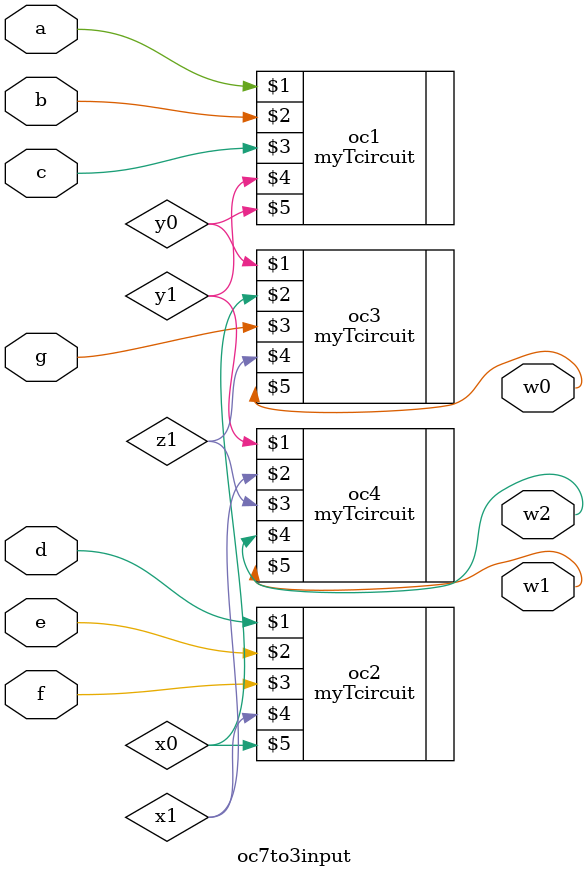
<source format=v>
 `timescale 1ns/1ns
module oc7to3input(input a, b, c, d, e, f, g, output w2, w1, w0);
	wire y1, y0, x1, x0, z1;
	myTcircuit oc1(a, b, c, y1, y0);
	myTcircuit oc2(d, e, f, x1, x0);
	myTcircuit oc3(y0, x0, g, z1, w0);
	myTcircuit oc4(y1, x1, z1, w2, w1);
endmodule
</source>
